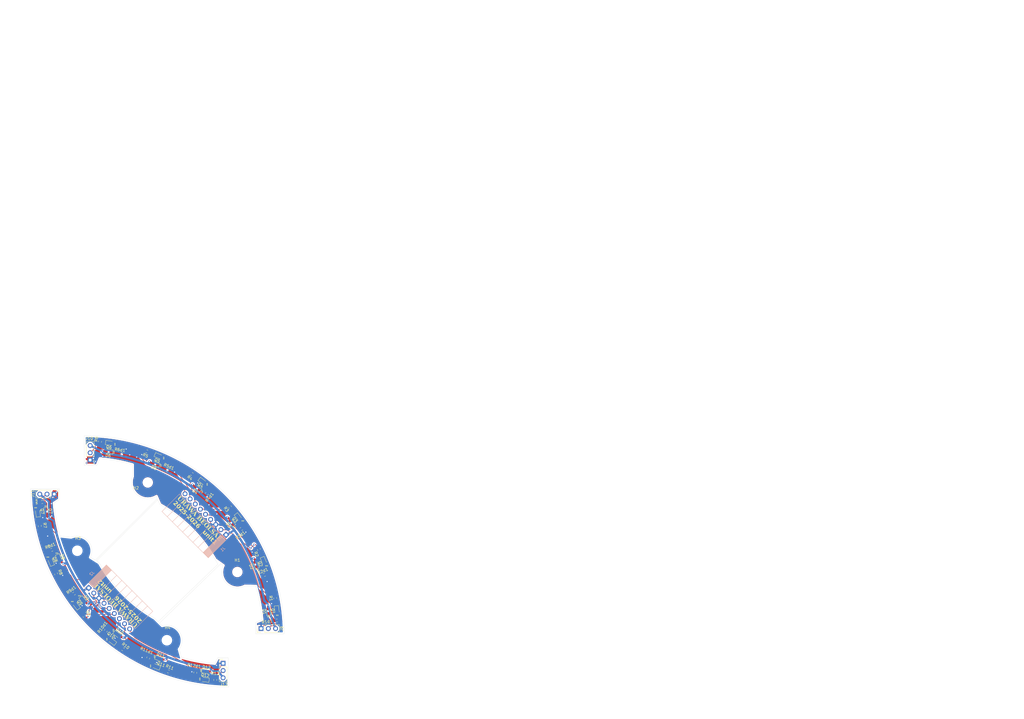
<source format=kicad_pcb>
(kicad_pcb (version 20241229) (generator "pcbnew") (generator_version "9.0")
  (layers (0 "F.Cu" signal) (2 "B.Cu" signal) (13 "F.Paste" user) (15 "B.Paste" user) (5 "F.SilkS" user "F.Silkscreen") (7 "B.SilkS" user "B.Silkscreen") (1 "F.Mask" user) (3 "B.Mask" user) (25 "Edge.Cuts" user))
  (net 0 "")
  (net 1 "GND1")
  (net 2 "3v3_1")
  (net 3 "Net-(D1-K)")
  (net 4 "LED_5V_1")
  (net 5 "Net-(D2-K)")
  (net 6 "Net-(D3-K)")
  (net 7 "Net-(D4-K)")
  (net 8 "Net-(D5-K)")
  (net 9 "Net-(D6-K)")
  (net 10 "Net-(D7-K)")
  (net 11 "Net-(D8-K)")
  (net 12 "Net-(D9-K)")
  (net 13 "Net-(D10-K)")
  (net 14 "Net-(D11-K)")
  (net 15 "Net-(D12-K)")
  (net 16 "Net-(J1-Pin_5)")
  (net 17 "Net-(J1-Pin_8)")
  (net 18 "Net-(J1-Pin_7)")
  (net 19 "Net-(J1-Pin_6)")
  (net 20 "Net-(J1-Pin_4)")
  (net 21 "Net-(J2-Pin_5)")
  (net 22 "Net-(J2-Pin_8)")
  (net 23 "Net-(J2-Pin_4)")
  (net 24 "Net-(J2-Pin_6)")
  (net 25 "Net-(J2-Pin_7)")
  (net 26 "LED_5V_2")
  (net 27 "Net-(J1-Pin_9)")
  (net 28 "GND2")
  (net 29 "Net-(J2-Pin_9)")
  (net 30 "3v3_2")
  (footprint "Resistor_SMD:R_0603_1608Metric" (layer "F.Cu") (at 142.221356 81.043542 97.5)
    (property "Reference" "R7")
    (property "Value" "R" (hide yes))
  )
  (footprint "Resistor_SMD:R_0603_1608Metric" (layer "F.Cu") (at 218.998714 89.239201 -67.5)
    (property "Reference" "R2")
    (property "Value" "R")
  )
  (footprint "Resistor_SMD:R_0603_1608Metric" (layer "F.Cu") (at 224.687494 106.350096 -82.5)
    (property "Reference" "R1")
    (property "Value" "R")
  )
  (footprint "LED_SMD:LED_0603_1608Metric" (layer "F.Cu") (at 148.899186 92.376965 -67.5)
    (property "Reference" "D8")
    (property "Value" "LED" (hide yes))
  )
  (footprint "LED_SMD:LED_0603_1608Metric" (layer "F.Cu") (at 144.50744 75.986744 -82.5)
    (property "Reference" "D7")
    (property "Value" "LED" (hide yes))
  )
  (footprint "Pinsocket_and_pinheader:PinHeader_1x03_P2.54mm_Vertical_EDITED" (layer "F.Cu") (at 144.742356 69.854542 -90)
    (property "Reference" "J11")
    (property "Value" "Conn_01x03_Socket" (hide yes))
  )
  (footprint "MountingHole:MountingHole_3.2mm_M3" (layer "F.Cu") (at 211.448013 97.151361)
    (property "Reference" "H1")
    (property "Value" "MountingHole")
  )
  (footprint "Resistor_SMD:R_0603_1608Metric" (layer "F.Cu") (at 186.900799 61.481286 -22.5)
    (property "Reference" "R5d1")
    (property "Value" "R")
  )
  (footprint "Resistor_SMD:R_0603_1608Metric" (layer "F.Cu") (at 180.21107 127.299341 -112.5)
    (property "Reference" "R11d1")
    (property "Value" "R")
  )
  (footprint "Resistor_SMD:R_0603_1608Metric" (layer "F.Cu") (at 200.730895 69.742237 52.5)
    (property "Reference" "R4d1")
    (property "Value" "R")
  )
  (footprint "LED_SMD:LED_0603_1608Metric" (layer "F.Cu") (at 222.307678 110.874431 97.5)
    (property "Reference" "D1")
    (property "Value" "LED")
  )
  (footprint "Resistor_SMD:R_0603_1608Metric" (layer "F.Cu") (at 187.279356 132.029542 157.5)
    (property "Reference" "R11")
    (property "Value" "R" (hide yes))
  )
  (footprint "Resistor_SMD:R_0603_1608Metric" (layer "F.Cu") (at 208.913 74.397 -52.5)
    (property "Reference" "R3")
    (property "Value" "R")
  )
  (footprint "LED_SMD:LED_0603_1608Metric" (layer "F.Cu") (at 166.739544 51.940383 -7.5)
    (property "Reference" "Q6")
    (property "Value" "Q_Photo_NPN" (hide yes))
  )
  (footprint "MountingHole:MountingHole_3.2mm_M3" (layer "F.Cu") (at 155.366343 89.698181 180)
    (property "Reference" "H3")
    (property "Value" "MountingHole" (hide yes))
  )
  (footprint "LED_SMD:LED_0603_1608Metric" (layer "F.Cu") (at 182.738186 59.306464 157.5)
    (property "Reference" "D5")
    (property "Value" "LED")
  )
  (footprint "LED_SMD:LED_0603_1608Metric" (layer "F.Cu") (at 217.915932 94.48421 112.5)
    (property "Reference" "D2")
    (property "Value" "LED")
  )
  (footprint "LED_SMD:LED_0603_1608Metric" (layer "F.Cu") (at 225.282013 110.482852 -82.5)
    (property "Reference" "Q1")
    (property "Value" "Q_Photo_NPN" (hide yes))
  )
  (footprint "LED_SMD:LED_0603_1608Metric" (layer "F.Cu") (at 184.076933 127.554712 -22.5)
    (property "Reference" "D11")
    (property "Value" "LED" (hide yes))
  )
  (footprint "Resistor_SMD:R_0603_1608Metric" (layer "F.Cu") (at 163.320684 51.429058 -97.5)
    (property "Reference" "R6")
    (property "Value" "R")
  )
  (footprint "Resistor_SMD:R_0603_1608Metric" (layer "F.Cu") (at 171.380356 124.268542 142.5)
    (property "Reference" "R10")
    (property "Value" "R" (hide yes))
  )
  (footprint "LED_SMD:LED_0603_1608Metric" (layer "F.Cu") (at 197.433256 67.790666 142.5)
    (property "Reference" "D4")
    (property "Value" "LED")
  )
  (footprint "LED_SMD:LED_0603_1608Metric" (layer "F.Cu") (at 157.383389 107.072035 -52.5)
    (property "Reference" "D9")
    (property "Value" "LED" (hide yes))
  )
  (footprint "LED_SMD:LED_0603_1608Metric" (layer "F.Cu") (at 169.381863 119.070509 -37.5)
    (property "Reference" "D10")
    (property "Value" "LED" (hide yes))
  )
  (footprint "LED_SMD:LED_0603_1608Metric" (layer "F.Cu") (at 200.467154 131.946458 -7.5)
    (property "Reference" "D12")
    (property "Value" "LED" (hide yes))
  )
  (footprint "Resistor_SMD:R_0603_1608Metric" (layer "F.Cu") (at 154.214356 104.719542 -142.5)
    (property "Reference" "R9d1")
    (property "Value" "R")
  )
  (footprint "Resistor_SMD:R_0603_1608Metric" (layer "F.Cu") (at 143.012356 72.630542 -172.5)
    (property "Reference" "R7d1")
    (property "Value" "R")
  )
  (footprint "LED_SMD:LED_0603_1608Metric" (layer "F.Cu") (at 199.25954 65.410606 -37.5)
    (property "Reference" "Q4")
    (property "Value" "Q_Photo_NPN" (hide yes))
  )
  (footprint "Resistor_SMD:R_0603_1608Metric" (layer "F.Cu") (at 220.933 98.157 22.5)
    (property "Reference" "R2d1")
    (property "Value" "R")
  )
  (footprint "LED_SMD:LED_0603_1608Metric" (layer "F.Cu") (at 141.533105 76.378323 97.5)
    (property "Reference" "Q7")
    (property "Value" "Q_Photo_NPN" (hide yes))
  )
  (footprint "Resistor_SMD:R_0603_1608Metric" (layer "F.Cu") (at 179.725201 54.862714 -22.5)
    (property "Reference" "R5")
    (property "Value" "R")
  )
  (footprint "Resistor_SMD:R_0603_1608Metric" (layer "F.Cu") (at 165.354128 117.758059 -127.5)
    (property "Reference" "R10d1")
    (property "Value" "R")
  )
  (footprint "MountingHole:MountingHole_3.2mm_M3" (layer "F.Cu") (at 180.058639 65.761987)
    (property "Reference" "H2")
    (property "Value" "MountingHole")
  )
  (footprint "LED_SMD:LED_0603_1608Metric" (layer "F.Cu") (at 211.811789 77.962856 -52.5)
    (property "Reference" "Q3")
    (property "Value" "Q_Photo_NPN" (hide yes))
  )
  (footprint "Resistor_SMD:R_0603_1608Metric" (layer "F.Cu") (at 225.305058 114.174684 7.5)
    (property "Reference" "R1d1")
    (property "Value" "R")
  )
  (footprint "LED_SMD:LED_0603_1608Metric" (layer "F.Cu") (at 209.431729 79.78914 127.5)
    (property "Reference" "D3")
    (property "Value" "LED")
  )
  (footprint "LED_SMD:LED_0603_1608Metric" (layer "F.Cu") (at 155.003329 108.898319 127.5)
    (property "Reference" "Q9")
    (property "Value" "Q_Photo_NPN" (hide yes))
  )
  (footprint "MountingHole:MountingHole_3.2mm_M3" (layer "F.Cu") (at 186.755717 121.087555 180)
    (property "Reference" "H4")
    (property "Value" "MountingHole" (hide yes))
  )
  (footprint "Resistor_SMD:R_0603_1608Metric" (layer "F.Cu") (at 196.713356 132.428542 -97.5)
    (property "Reference" "R12d1")
    (property "Value" "R")
  )
  (footprint "LED_SMD:LED_0603_1608Metric" (layer "F.Cu") (at 167.555579 121.450569 142.5)
    (property "Reference" "Q10")
    (property "Value" "Q_Photo_NPN" (hide yes))
  )
  (footprint "Resistor_SMD:R_0603_1608Metric" (layer "F.Cu") (at 203.673356 135.007542 90)
    (property "Reference" "R12")
    (property "Value" "R" (hide yes))
  )
  (footprint "Pinsocket_and_pinheader:PinHeader_1x03_P2.54mm_Vertical_EDITED" (layer "F.Cu") (at 206.447356 131.714542)
    (property "Reference" "J12")
    (property "Value" "Conn_01x03_Socket" (hide yes))
  )
  (footprint "Resistor_SMD:R_0603_1608Metric" (layer "F.Cu") (at 146.405356 89.376542 -157.5)
    (property "Reference" "R8d1")
    (property "Value" "R")
  )
  (footprint "LED_SMD:LED_0603_1608Metric" (layer "F.Cu") (at 183.886236 56.534825 -22.5)
    (property "Reference" "Q5")
    (property "Value" "Q_Photo_NPN" (hide yes))
  )
  (footprint "Pinsocket_and_pinheader:PinHeader_1x03_P2.54mm_Vertical_EDITED" (layer "F.Cu") (at 159.863 55.347 180)
    (property "Reference" "J10")
    (property "Value" "Conn_01x03_Socket" (hide yes))
  )
  (footprint "LED_SMD:LED_0603_1608Metric" (layer "F.Cu") (at 182.928883 130.32635 157.5)
    (property "Reference" "Q11")
    (property "Value" "Q_Photo_NPN" (hide yes))
  )
  (footprint "LED_SMD:LED_0603_1608Metric" (layer "F.Cu") (at 220.687571 93.33616 -67.5)
    (property "Reference" "Q2")
    (property "Value" "Q_Photo_NPN" (hide yes))
  )
  (footprint "Pinsocket_and_pinheader:PinHeader_1x03_P2.54mm_Vertical_EDITED" (layer "F.Cu") (at 222.298 116.981 90)
    (property "Reference" "J9")
    (property "Value" "Conn_01x03_Socket" (hide yes))
  )
  (footprint "Resistor_SMD:R_0603_1608Metric" (layer "F.Cu") (at 157.860584 112.634059 127.5)
    (property "Reference" "R9")
    (property "Value" "R" (hide yes))
  )
  (footprint "Resistor_SMD:R_0603_1608Metric" (layer "F.Cu") (at 147.92807 97.822743 112.5)
    (property "Reference" "R8")
    (property "Value" "R" (hide yes))
  )
  (footprint "Resistor_SMD:R_0603_1608Metric" (layer "F.Cu") (at 212.828483 82.069228 37.5)
    (property "Reference" "R3d1")
    (property "Value" "R")
  )
  (footprint "LED_SMD:LED_0603_1608Metric" (layer "F.Cu") (at 146.127548 93.525015 112.5)
    (property "Reference" "Q8")
    (property "Value" "Q_Photo_NPN" (hide yes))
  )
  (footprint "LED_SMD:LED_0603_1608Metric" (layer "F.Cu") (at 200.075575 134.920793 172.5)
    (property "Reference" "Q12")
    (property "Value" "Q_Photo_NPN" (hide yes))
  )
  (footprint "Resistor_SMD:R_0603_1608Metric" (layer "F.Cu") (at 195.517516 62.799228 -37.5)
    (property "Reference" "R4")
    (property "Value" "R")
  )
  (footprint "Resistor_SMD:R_0603_1608Metric" (layer "F.Cu") (at 170.945058 55.939316 -7.5)
    (property "Reference" "R6d1")
    (property "Value" "R")
  )
  (footprint "LED_SMD:LED_0603_1608Metric" (layer "F.Cu") (at 166.347965 54.914717 172.5)
    (property "Reference" "D6")
    (property "Value" "LED")
  )
  (footprint "Pinsocket_and_pinheader:PinSocket_1x09_P2.54mm_Horizontal_EDITED" (layer "B.Cu") (at 200.289407 76.920593 45)
    (property "Reference" "J1")
    (property "Value" "Conn_01x09_Socket")
  )
  (footprint "Pinsocket_and_pinheader:PinSocket_1x09_P2.54mm_Horizontal_EDITED" (layer "B.Cu") (at 166.524949 109.928949 -135)
    (property "Reference" "J2")
    (property "Value" "Conn_01x09_Socket" (hide yes))
  )
  (gr_poly (pts (xy 195.334697 60.973558) (xy 195.519927 61.362305) (xy 195.966807 61.43267) (xy 196.001093 61.431918)) (stroke (width 0.2)) (fill no) (layer "F.Cu") (net 2))
  (gr_poly (pts (xy 225.160204 104.379976) (xy 225.360204 104.033565) (xy 225.375434 103.628962) (xy 225.363 103.597)) (stroke (width 0.2)) (fill no) (layer "F.Cu") (net 2))
  (gr_arc (start 172.358356 119.436542) (mid 170.971635 118.431266) (end 169.612516 117.388974) (stroke (width 0.2)) (layer "F.Cu") (net 25))
  (gr_arc (start 188.246311 126.378152) (mid 181.763903 123.680053) (end 175.625607 120.27085) (stroke (width 0.2)) (layer "F.Cu") (net 29))
  (gr_poly (pts (xy 164.416828 50.293012) (xy 164.113 50.447) (xy 165.163 50.397) (xy 165.192317 50.379206)) (stroke (width 0.2)) (fill no) (layer "F.Cu") (net 2))
  (gr_arc (start 202.180106 136.469819) (mid 159.528187 116.137141) (end 139.837311 73.185152) (stroke (width 0.24)) (layer "F.Cu") (net 30))
  (gr_poly (pts (xy 219.535723 87.660204) (xy 219.563 88.054128) (xy 219.85359 88.373861) (xy 219.883659 88.390354)) (stroke (width 0.2)) (fill no) (layer "F.Cu") (net 2))
  (gr_arc (start 153.857356 98.472542) (mid 150.401583 91.303008) (end 147.874318 83.755986) (stroke (width 0.2)) (layer "F.Cu") (net 23))
  (gr_arc (start 159.311311 107.582152) (mid 156.012525 103.112378) (end 153.115067 98.372587) (stroke (width 0.2)) (layer "F.Cu") (net 21))
  (gr_arc (start 212.71 87.49) (mid 216.28768 94.652634) (end 218.933902 102.20913) (stroke (width 0.2)) (layer "F.Cu") (net 20))
  (gr_poly (pts (xy 179.033466 53.308253) (xy 179.313 53.635813) (xy 179.762864 53.588119) (xy 179.795787 53.578519)) (stroke (width 0.2)) (fill no) (layer "F.Cu") (net 2))
  (gr_arc (start 185.033 61.695) (mid 188.241556 63.31827) (end 191.353491 65.119853) (stroke (width 0.2)) (layer "F.Cu") (net 27))
  (gr_arc (start 186.522792 126.245778) (mid 179.170351 122.878985) (end 172.311356 118.595542) (stroke (width 0.2)) (layer "F.Cu") (net 22))
  (gr_poly (pts (xy 209.084697 72.573558) (xy 209.163 72.997) (xy 209.576441 73.180628) (xy 209.609754 73.188776)) (stroke (width 0.2)) (fill no) (layer "F.Cu") (net 2))
  (gr_arc (start 164.563777 50.335364) (mid 207.587001 71.024852) (end 227.038 114.622) (stroke (width 0.24)) (layer "F.Cu") (net 2))
  (gr_poly (pts (xy 221.163 106.747) (xy 220.980391 107.181604) (xy 221.613 107.597) (xy 221.913 107.797)) (stroke (width 0.01)) (fill yes) (layer "B.Cu") (net 4))
  (gr_arc (start 164.813 55.547) (mid 201.355426 72.154296) (end 220.884681 107.222221) (stroke (width 0.8)) (layer "B.Cu") (net 4))
  (gr_arc (start 201.593356 130.691542) (mid 166.022618 113.754326) (end 147.059196 79.221219) (stroke (width 0.8)) (layer "B.Cu") (net 26))
  (gr_poly (pts (xy 215.753 91.847) (xy 215.640618 92.125155) (xy 216.382365 92.42484) (xy 216.494747 92.146685)) (stroke (width 0.01)) (fill yes) (layer "B.Cu") (net 4))
  (gr_poly (pts (xy 164.084791 54.966432) (xy 163.863 55.097) (xy 164.513 55.797) (xy 164.963 55.547)) (stroke (width 0.01)) (fill yes) (layer "B.Cu") (net 4))
  (gr_poly (pts (xy 180.782914 58.704501) (xy 180.48515 58.66794) (xy 180.387655 59.461977) (xy 180.685419 59.498538)) (stroke (width 0.01)) (fill yes) (layer "B.Cu") (net 4))
  (gr_poly (pts (xy 207.770495 78.232963) (xy 207.472731 78.196402) (xy 207.375236 78.990439) (xy 207.673 79.027)) (stroke (width 0.01)) (fill yes) (layer "B.Cu") (net 4))
  (gr_poly (pts (xy 179.363 58.947) (xy 179.363 59.147) (xy 180.063 59.147) (xy 180.063 58.947)) (stroke (width 0.01)) (fill yes) (layer "B.Cu") (net 4))
  (gr_poly (pts (xy 220.696346 107.176309) (xy 220.613 107.497) (xy 221.263 108.047) (xy 221.438093 107.475994)) (stroke (width 0.01)) (fill yes) (layer "B.Cu") (net 4))
  (gr_poly (pts (xy 216.598259 92.659524) (xy 216.300495 92.622963) (xy 216.203 93.417) (xy 216.500764 93.453561)) (stroke (width 0.01)) (fill yes) (layer "B.Cu") (net 4))
  (gr_poly (pts (xy 215.763 92.147) (xy 215.763 92.447) (xy 216.563 92.447) (xy 216.563 92.147)) (stroke (width 0.01)) (fill yes) (layer "B.Cu") (net 4))
  (gr_poly (pts (xy 194.363 66.647) (xy 194.363 66.847) (xy 195.063 66.847) (xy 195.063 66.647)) (stroke (width 0.01)) (fill yes) (layer "B.Cu") (net 4))
  (gr_poly (pts (xy 206.663 78.047) (xy 206.663 78.247) (xy 207.363 78.247) (xy 207.363 78.047)) (stroke (width 0.01)) (fill yes) (layer "B.Cu") (net 4))
  (gr_poly (pts (xy 195.620495 66.802963) (xy 195.322731 66.766402) (xy 195.225236 67.560439) (xy 195.523 67.597)) (stroke (width 0.01)) (fill yes) (layer "B.Cu") (net 4))
  (gr_line (start 149.111356 67.958504) (end 149.111356 71.703542) (stroke (width 0.05)) (layer "Edge.Cuts"))
  (gr_line (start 217.861 118.805) (end 217.861 114.805) (stroke (width 0.05)) (layer "Edge.Cuts"))
  (gr_line (start 204.62 94.446) (end 203.756 92.847005) (stroke (width 0.05)) (layer "Edge.Cuts"))
  (gr_arc (start 203.562942 129.267763) (mid 197.644171 128.462575) (end 191.830356 127.091542) (stroke (width 0.05)) (layer "Edge.Cuts"))
  (gr_line (start 183.467 71.307) (end 161.731 92.999895) (stroke (width 0.05)) (layer "Edge.Cuts"))
  (gr_line (start 157.833835 59.776) (end 162.212 59.774) (stroke (width 0.05)) (layer "Edge.Cuts"))
  (gr_arc (start 183.114 70.565) (mid 176.454384 70.134487) (end 174.733221 63.686741) (stroke (width 0.05)) (layer "Edge.Cuts"))
  (gr_arc (start 182.441452 113.395628) (mid 171.467312 104.971152) (end 163.047356 93.993542) (stroke (width 0.05)) (layer "Edge.Cuts"))
  (gr_line (start 204.549356 127.296542) (end 203.562952 129.267763) (stroke (width 0.05)) (layer "Edge.Cuts"))
  (gr_line (start 182.441454 113.395628) (end 183.676 114.613) (stroke (width 0.05)) (layer "Edge.Cuts"))
  (gr_line (start 227.861 118.805045) (end 217.861 118.805) (stroke (width 0.05)) (layer "Edge.Cuts"))
  (gr_line (start 157.834017 49.346908) (end 157.833835 59.776) (stroke (width 0.05)) (layer "Edge.Cuts"))
  (gr_line (start 162.212 59.774) (end 163.23 57.348) (stroke (width 0.05)) (layer "Edge.Cuts"))
  (gr_line (start 208.306356 127.296542) (end 204.549356 127.296542) (stroke (width 0.05)) (layer "Edge.Cuts"))
  (gr_line (start 217.861 114.805) (end 220.127 113.915006) (stroke (width 0.05)) (layer "Edge.Cuts"))
  (gr_line (start 183.114 70.565) (end 183.467 71.307) (stroke (width 0.05)) (layer "Edge.Cuts"))
  (gr_line (start 206.578477 94.856437) (end 205.715 94.161) (stroke (width 0.05)) (layer "Edge.Cuts"))
  (gr_line (start 214.07 102.026999) (end 217.940274 102.112344) (stroke (width 0.05)) (layer "Edge.Cuts"))
  (gr_line (start 159.901982 92.006248) (end 161.731 92.999895) (stroke (width 0.05)) (layer "Edge.Cuts"))
  (gr_line (start 162.152 93.192) (end 183.557 71.78) (stroke (width 0.05)) (layer "Edge.Cuts"))
  (gr_arc (start 217.940275 102.112344) (mid 219.317638 107.961054) (end 220.127 113.915) (stroke (width 0.05)) (layer "Edge.Cuts"))
  (gr_line (start 149.111356 71.703542) (end 147.190356 72.94553) (stroke (width 0.05)) (layer "Edge.Cuts"))
  (gr_arc (start 214.07 102.027) (mid 207.716497 101.166183) (end 206.578477 94.856435) (stroke (width 0.05)) (layer "Edge.Cuts"))
  (gr_arc (start 149.350811 84.585351) (mid 147.992128 78.81713) (end 147.190356 72.945542) (stroke (width 0.05)) (layer "Edge.Cuts"))
  (gr_line (start 183.676 114.613) (end 204.62 94.446) (stroke (width 0.05)) (layer "Edge.Cuts"))
  (gr_line (start 183.557 71.78) (end 184.346375 73.449643) (stroke (width 0.05)) (layer "Edge.Cuts"))
  (gr_line (start 149.350811 84.585349) (end 153.192358 85.000542) (stroke (width 0.05)) (layer "Edge.Cuts"))
  (gr_line (start 163.047356 93.99354) (end 162.152 93.192) (stroke (width 0.05)) (layer "Edge.Cuts"))
  (gr_arc (start 184.346375 73.449643) (mid 195.328334 81.870368) (end 203.756 92.847) (stroke (width 0.05)) (layer "Edge.Cuts"))
  (gr_line (start 184.099 115.147) (end 185.101356 116.035542) (stroke (width 0.05)) (layer "Edge.Cuts"))
  (gr_line (start 138.953356 67.958504) (end 149.111356 67.958504) (stroke (width 0.05)) (layer "Edge.Cuts"))
  (gr_line (start 208.449645 137.483303) (end 208.306356 127.296542) (stroke (width 0.05)) (layer "Edge.Cuts"))
  (gr_line (start 205.715 94.161) (end 184.099 115.147) (stroke (width 0.05)) (layer "Edge.Cuts"))
  (gr_arc (start 153.192356 85.000542) (mid 159.00322 86.151122) (end 159.901982 92.006248) (stroke (width 0.05)) (layer "Edge.Cuts"))
  (gr_arc (start 163.23 57.348) (mid 169.029375 58.142097) (end 174.725938 59.488394) (stroke (width 0.05)) (layer "Edge.Cuts"))
  (gr_arc (start 157.833835 49.346908) (mid 207.158193 69.647929) (end 227.861 118.805) (stroke (width 0.05)) (layer "Edge.Cuts"))
  (gr_arc (start 185.101356 116.035542) (mid 191.045214 118.007015) (end 191.034251 124.269306) (stroke (width 0.05)) (layer "Edge.Cuts"))
  (gr_arc (start 208.449645 137.483304) (mid 159.444016 116.972542) (end 138.953356 67.958504) (stroke (width 0.05)) (layer "Edge.Cuts"))
  (gr_line (start 191.03425 124.269306) (end 191.830356 127.091542) (stroke (width 0.05)) (layer "Edge.Cuts"))
  (gr_line (start 174.733221 63.686742) (end 174.725937 59.488394) (stroke (width 0.05)) (layer "Edge.Cuts"))
  (gr_text "unit2" (at 167.776311 103.667152 135) (layer "F.SilkS") (effects (font (size 1.5 1.5) (thickness 0.3) (bold yes)) (justify left bottom)))
  (gr_text "GND" (at 182.202311 126.267152 270) (layer "F.SilkS") (effects (font (size 0.3 0.3) (thickness 0.075) (bold yes)) (justify left bottom)))
  (gr_text "		" (at 198.646 91.51 45) (layer "F.SilkS") (effects (font (size 1.5 1.5) (thickness 0.3) (bold yes)) (justify left bottom)))
  (gr_text "GND" (at 218 96.492 0) (layer "F.SilkS") (effects (font (size 0.3 0.3) (thickness 0.075) (bold yes)) (justify left bottom)))
  (gr_text "GND" (at 180.838311 129.600152 270) (layer "F.SilkS") (effects (font (size 0.3 0.3) (thickness 0.075) (bold yes)) (justify left bottom)))
  (gr_text "GND" (at 167.804311 117.095152 270) (layer "F.SilkS") (effects (font (size 0.3 0.3) (thickness 0.075) (bold yes)) (justify left bottom)))
  (gr_text "GND" (at 199.284 69.531 90) (layer "F.SilkS") (effects (font (size 0.3 0.3) (thickness 0.075) (bold yes)) (justify left bottom)))
  (gr_text "GND" (at 212.86 79.405 0) (layer "F.SilkS") (effects (font (size 0.3 0.3) (thickness 0.075) (bold yes)) (justify left bottom)))
  (gr_text "GND" (at 141.278311 74.430152 180) (layer "F.SilkS") (effects (font (size 0.3 0.3) (thickness 0.075) (bold yes)) (justify left bottom)))
  (gr_text "unit1" (at 198.967 83.489 315) (layer "F.SilkS") (effects (font (size 1.5 1.5) (thickness 0.3) (bold yes)) (justify left bottom)))
  (gr_text "URAWA BEOLSAE\n" (at 190.066 71.594 315) (layer "F.SilkS") (effects (font (size 1.5 1.5) (thickness 0.3) (bold yes)) (justify left bottom)))
  (gr_text "GND" (at 168.737 52.883 90) (layer "F.SilkS") (effects (font (size 0.3 0.3) (thickness 0.075) (bold yes)) (justify left bottom)))
  (gr_text "GND" (at 198.478311 131.224152 270) (layer "F.SilkS") (effects (font (size 0.3 0.3) (thickness 0.075) (bold yes)) (justify left bottom)))
  (gr_text "GND" (at 221.192 95.165 0) (layer "F.SilkS") (effects (font (size 0.3 0.3) (thickness 0.075) (bold yes)) (justify left bottom)))
  (gr_text "GND" (at 201.048 66.922 90) (layer "F.SilkS") (effects (font (size 0.3 0.3) (thickness 0.075) (bold yes)) (justify left bottom)))
  (gr_text "GND" (at 184.815 60.352 90) (layer "F.SilkS") (effects (font (size 0.3 0.3) (thickness 0.075) (bold yes)) (justify left bottom)))
  (gr_text "GND" (at 221.904 113.027 0) (layer "F.SilkS") (effects (font (size 0.3 0.3) (thickness 0.075) (bold yes)) (justify left bottom)))
  (gr_text "GND" (at 168.393 55.645 90) (layer "F.SilkS") (effects (font (size 0.3 0.3) (thickness 0.075) (bold yes)) (justify left bottom)))
  (gr_text "GND" (at 185.823 57.697 90) (layer "F.SilkS") (effects (font (size 0.3 0.3) (thickness 0.075) (bold yes)) (justify left bottom)))
  (gr_text "2025-2026" (at 178.332311 114.091152 135) (layer "F.SilkS") (effects (font (size 1.5 1.5) (thickness 0.3) (bold yes)) (justify left bottom)))
  (gr_text "GND" (at 145.548311 91.748152 180) (layer "F.SilkS") (effects (font (size 0.3 0.3) (thickness 0.075) (bold yes)) (justify left bottom)))
  (gr_text "GND" (at 165.544311 120.224152 270) (layer "F.SilkS") (effects (font (size 0.3 0.3) (thickness 0.075) (bold yes)) (justify left bottom)))
  (gr_text "GND" (at 198.113311 134.193152 270) (layer "F.SilkS") (effects (font (size 0.3 0.3) (thickness 0.075) (bold yes)) (justify left bottom)))
  (gr_text "GND" (at 144.810311 73.870152 180) (layer "F.SilkS") (effects (font (size 0.3 0.3) (thickness 0.075) (bold yes)) (justify left bottom)))
  (gr_text "2025-2026" (at 188.63 73.297 315) (layer "F.SilkS") (effects (font (size 1.5 1.5) (thickness 0.3) (bold yes)) (justify left bottom)))
  (gr_text "GND" (at 209.99 81.64 0) (layer "F.SilkS") (effects (font (size 0.3 0.3) (thickness 0.075) (bold yes)) (justify left bottom)))
  (gr_text "URAWA BEOLSAE\n" (at 176.893311 115.531152 135) (layer "F.SilkS") (effects (font (size 1.5 1.5) (thickness 0.3) (bold yes)) (justify left bottom)))
  (gr_text "GND" (at 154.111311 107.325152 180) (layer "F.SilkS") (effects (font (size 0.3 0.3) (thickness 0.075) (bold yes)) (justify left bottom)))
  (gr_text "GND" (at 156.636311 105.308152 180) (layer "F.SilkS") (effects (font (size 0.3 0.3) (thickness 0.075) (bold yes)) (justify left bottom)))
  (gr_text "GND" (at 224.917 112.503 0) (layer "F.SilkS") (effects (font (size 0.3 0.3) (thickness 0.075) (bold yes)) (justify left bottom)))
  (gr_text "GND" (at 148.701311 90.348152 180) (layer "F.SilkS") (effects (font (size 0.3 0.3) (thickness 0.075) (bold yes)) (justify left bottom)))
  (segment (start 212.291189 78.587622) (end 211.445883 78.587622) (width 0.2) (layer "F.Cu") (net 1))
  (segment (start 225.712 112.655) (end 225.384802 111.263615) (width 0.2) (layer "F.Cu") (net 1))
  (segment (start 167.759172 52.043172) (end 171.763 56.047) (width 0.2) (layer "F.Cu") (net 1))
  (segment (start 158.967 56.786) (end 160.43 56.786) (width 0.4) (layer "F.Cu") (net 1))
  (segment (start 161.788298 58.972054) (end 161.749 58.932756) (width 0.4) (layer "F.Cu") (net 1))
  (segment (start 223.44 109.318813) (end 223.44 108.219) (width 0.2) (layer "F.Cu") (net 1))
  (segment (start 184.250242 57.199737) (end 179.186737 57.199737) (width 0.2) (layer "F.Cu") (net 1))
  (segment (start 211.445883 78.587622) (end 209.657261 76.799) (width 0.2) (layer "F.Cu") (net 1))
  (segment (start 187.663 59.885397) (end 184.613791 56.836188) (width 0.2) (layer "F.Cu") (net 1))
  (segment (start 158.967 57.395) (end 158.967 56.786) (width 0.4) (layer "F.Cu") (net 1))
  (segment (start 164.251208 56.719063) (end 164.251208 56.592211) (width 0.4) (layer "F.Cu") (net 1))
  (segment (start 160.43 56.786) (end 160.499 56.855) (width 0.4) (layer "F.Cu") (net 1))
  (segment (start 164.251208 56.592211) (end 164.391242 56.732245) (width 0.4) (layer "F.Cu") (net 1))
  (segment (start 224.946 115.244) (end 221.426 115.244) (width 0.2) (layer "F.Cu") (net 1))
  (segment (start 201.233123 72.832181) (end 201.233123 69.08772) (width 0.2) (layer "F.Cu") (net 1))
  (segment (start 226.123 114.067) (end 225.712 112.655) (width 0.2) (layer "F.Cu") (net 1))
  (segment (start 161.749 58.932756) (end 161.749 58.37) (width 0.4) (layer "F.Cu") (net 1))
  (segment (start 161.193389 58.925611) (end 161.749 58.37) (width 0.4) (layer "F.Cu") (net 1))
  (segment (start 225.384802 111.263615) (end 223.44 109.318813) (width 0.2) (layer "F.Cu") (net 1))
  (segment (start 158.68385 58.925611) (end 161.193389 58.925611) (width 0.4) (layer "F.Cu") (net 1))
  (segment (start 163.653778 54.096222) (end 159.863 57.887) (width 0.2) (layer "F.Cu") (net 1))
  (segment (start 197.592994 65.890006) (end 197.537 65.946) (width 0.2) (layer "F.Cu") (net 1))
  (segment (start 179.186737 57.199737) (end 177.962 55.975) (width 0.2) (layer "F.Cu") (net 1))
  (segment (start 159.863 57.887) (end 159.722461 57.887) (width 0.4) (layer "F.Cu") (net 1))
  (segment (start 173.715 55.269) (end 172.487 54.041) (width 0.4) (layer "F.Cu") (net 1))
  (segment (start 165.025982 54.096222) (end 163.653778 54.096222) (width 0.2) (layer "F.Cu") (net 1))
  (segment (start 214.419 82.503) (end 213.483 81.567) (width 0.2) (layer "F.Cu") (net 1))
  (segment (start 158.534876 57.443) (end 158.811 57.443) (width 0.4) (layer "F.Cu") (net 1))
  (segment (start 187.663 61.797) (end 187.663 59.885397) (width 0.2) (layer "F.Cu") (net 1))
  (segment (start 189.432 62.128) (end 187.994 62.128) (width 0.2) (layer "F.Cu") (net 1))
  (segment (start 164.391242 56.732245) (end 173.039755 56.732245) (width 0.4) (layer "F.Cu") (net 1))
  (segment (start 167.520307 52.043172) (end 167.759172 52.043172) (width 0.2) (layer "F.Cu") (net 1))
  (segment (start 220.988934 94.063715) (end 220.531715 94.063715) (width 0.2) (layer "F.Cu") (net 1))
  (segment (start 158.811 57.443) (end 158.865 57.497) (width 0.4) (layer "F.Cu") (net 1))
  (segment (start 160.761789 56.592211) (end 161.174 56.592211) (width 0.4) (layer "F.Cu") (net 1))
  (segment (start 199.884306 65.890006) (end 197.592994 65.890006) (width 0.2) (layer "F.Cu") (net 1))
  (segment (start 220.531715 94.063715) (end 216.648 90.18) (width 0.2) (layer "F.Cu") (net 1))
  (segment (start 221.426 115.244) (end 219.758 116.981) (width 0.2) (layer "F.Cu") (net 1))
  (segment (start 160.499 56.855) (end 160.761789 56.592211) (width 0.4) (layer "F.Cu") (net 1))
  (segment (start 209.657261 76.799) (end 204.255 76.799) (width 0.2) (layer "F.Cu") (net 1))
  (segment (start 173.715 56.057) (end 171.773 56.057) (width 0.2) (layer "F.Cu") (net 1))
  (segment (start 184.613791 56.836188) (end 184.250242 57.199737) (width 0.2) (layer "F.Cu") (net 1))
  (segment (start 212.902 80.243) (end 212.291189 78.587622) (width 0.2) (layer "F.Cu") (net 1))
  (segment (start 158.865 57.497) (end 158.967 57.395) (width 0.4) (layer "F.Cu") (net 1))
  (segment (start 200.572 67.591) (end 199.884306 65.890006) (width 0.2) (layer "F.Cu") (net 1))
  (segment (start 162.955905 56.589251) (end 164.092002 56.589251) (width 0.4) (layer "F.Cu") (net 1))
  (segment (start 173.039755 56.732245) (end 173.715 56.057) (width 0.4) (layer "F.Cu") (net 1))
  (segment (start 161.25889 58.924435) (end 161.407668 59.073213) (width 0.4) (layer "F.Cu") (net 1))
  (segment (start 164.236511 56.73376) (end 164.251208 56.719063) (width 0.4) (layer "F.Cu") (net 1))
  (segment (start 226.123 114.067) (end 224.946 115.244) (width 0.2) (layer "F.Cu") (net 1))
  (segment (start 201.493471 73.585778) (end 201.268 73.055) (width 0.2) (layer "F.Cu") (net 1))
  (segment (start 221.169 95.155) (end 220.988934 94.063715) (width 0.2) (layer "F.Cu") (net 1))
  (segment (start 159.863 57.887) (end 158.878 57.887) (width 0.4) (layer "F.Cu") (net 1))
  (segment (start 213.483 81.567) (end 212.902 80.243) (width 0.2) (layer "F.Cu") (net 1))
  (segment (start 167.079032 52.043172) (end 165.025982 54.096222) (width 0.2) (layer "F.Cu") (net 1))
  (segment (start 164.092002 56.589251) (end 164.236511 56.73376) (width 0.4) (layer "F.Cu") (net 1))
  (segment (start 161.407668 59.073213) (end 161.745849 59.073213) (width 0.4) (layer "F.Cu") (net 1))
  (segment (start 161.745849 59.073213) (end 161.788298 58.972054) (width 0.4) (layer "F.Cu") (net 1))
  (segment (start 221.695201 100.316201) (end 221.695201 97.841286) (width 0.2) (layer "F.Cu") (net 1))
  (segment (start 158.534876 57.443) (end 158.534876 57.543876) (width 0.4) (layer "F.Cu") (net 1))
  (segment (start 221.695201 97.841286) (end 221.169 95.155) (width 0.2) (layer "F.Cu") (net 1))
  (segment (start 161.749 58.37) (end 161.749 57.796156) (width 0.4) (layer "F.Cu") (net 1))
  (segment (start 158.534876 57.543876) (end 158.878 57.887) (width 0.4) (layer "F.Cu") (net 1))
  (segment (start 159.722461 57.887) (end 158.68385 58.925611) (width 0.4) (layer "F.Cu") (net 1))
  (segment (start 171.773 56.057) (end 171.763 56.047) (width 0.2) (layer "F.Cu") (net 1))
  (segment (start 161.174 56.592211) (end 164.251208 56.592211) (width 0.4) (layer "F.Cu") (net 1))
  (segment (start 161.749 57.796156) (end 162.955905 56.589251) (width 0.4) (layer "F.Cu") (net 1))
  (segment (start 187.994 62.128) (end 187.663 61.797) (width 0.2) (layer "F.Cu") (net 1))
  (segment (start 201.268 73.055) (end 201.233123 72.832181) (width 0.2) (layer "F.Cu") (net 1))
  (segment (start 201.233123 69.08772) (end 200.572 67.591) (width 0.2) (layer "F.Cu") (net 1))
  (segment (start 167.520307 52.043172) (end 167.079032 52.043172) (width 0.2) (layer "F.Cu") (net 1))
  (segment (start 214.419 83.173) (end 214.419 82.503) (width 0.2) (layer "F.Cu") (net 1))
  (segment (start 221.873 100.494) (end 221.695201 100.316201) (width 0.2) (layer "F.Cu") (net 1))
  (segment (start 173.715 56.057) (end 173.715 55.269) (width 0.4) (layer "F.Cu") (net 1))
  (via (at 189.432 62.128) (size 0.7) (drill 0.4) (layers "F.Cu" "B.Cu") (net 1))
  (via (at 173.715 56.057) (size 0.7) (drill 0.4) (layers "F.Cu" "B.Cu") (net 1))
  (via (at 201.493471 73.585778) (size 0.7) (drill 0.4) (layers "F.Cu" "B.Cu") (net 1))
  (via (at 216.648 90.18) (size 0.7) (drill 0.4) (layers "F.Cu" "B.Cu") (net 1))
  (via (at 161.25889 58.924435) (size 0.7) (drill 0.4) (layers "F.Cu" "B.Cu") (net 1))
  (via (at 197.537 65.946) (size 0.7) (drill 0.4) (layers "F.Cu" "B.Cu") (net 1))
  (via (at 158.68385 58.925611) (size 0.7) (drill 0.4) (layers "F.Cu" "B.Cu") (net 1))
  (via (at 204.255 76.799) (size 0.7) (drill 0.4) (layers "F.Cu" "B.Cu") (net 1))
  (via (at 177.962 55.975) (size 0.7) (drill 0.4) (layers "F.Cu" "B.Cu") (net 1))
  (via (at 176.175705 56.847183) (size 0.7) (drill 0.4) (layers "F.Cu" "B.Cu") (net 1))
  (via (at 161.749 58.37) (size 0.7) (drill 0.4) (layers "F.Cu" "B.Cu") (net 1))
  (via (at 164.251208 56.592211) (size 0.7) (drill 0.4) (layers "F.Cu" "B.Cu") (net 1))
  (via (at 214.419 83.173) (size 0.7) (drill 0.4) (layers "F.Cu" "B.Cu") (net 1))
  (via (at 172.487 54.041) (size 0.7) (drill 0.4) (layers "F.Cu" "B.Cu") (net 1))
  (via (at 223.44 108.219) (size 0.7) (drill 0.4) (layers "F.Cu" "B.Cu") (net 1))
  (via (at 221.873 100.494) (size 0.7) (drill 0.4) (layers "F.Cu" "B.Cu") (net 1))
  (via (at 161.174 56.592211) (size 0.7) (drill 0.4) (layers "F.Cu" "B.Cu") (net 1))
  (segment (start 172.487 54.041) (end 173.369522 54.041) (width 0.4) (layer "B.Cu") (net 1))
  (segment (start 201.493471 74.037471) (end 201.493471 73.585778) (width 0.2) (layer "B.Cu") (net 1))
  (segment (start 214.419 87.538578) (end 214.419 83.173) (width 0.2) (layer "B.Cu") (net 1))
  (segment (start 159.863 57.887) (end 159.879211 57.887) (width 0.4) (layer "B.Cu") (net 1))
  (segment (start 173.369522 54.041) (end 176.175705 56.847183) (width 0.4) (layer "B.Cu") (net 1))
  (segment (start 203.881509 77.172491) (end 203.881509 80.512695) (width 0.2) (layer "B.Cu") (net 1))
  (segment (start 160.221455 57.887) (end 161.25889 58.924435) (width 0.4) (layer "B.Cu") (net 1))
  (segment (start 173.797 55.975) (end 173.715 56.057) (width 0.2) (layer "B.Cu") (net 1))
  (segment (start 159.863 57.887) (end 160.221455 57.887) (width 0.4) (layer "B.Cu") (net 1))
  (segment (start 197.537 65.946) (end 193.719 62.128) (width 0.2) (layer "B.Cu") (net 1))
  (segment (start 177.962 55.975) (end 173.797 55.975) (width 0.2) (layer "B.Cu") (net 1))
  (segment (start 214.90711 88.43911) (end 214.557672 87.773854) (width 0.2) (layer "B.Cu") (net 1))
  (segment (start 216.648 90.18) (end 214.90711 88.43911) (width 0.2) (layer "B.Cu") (net 1))
  (segment (start 159.879211 57.887) (end 161.174 56.592211) (width 0.4) (layer "B.Cu") (net 1))
  (segment (start 223.44 108.219) (end 221.873 106.652) (width 0.2) (layer "B.Cu") (net 1))
  (segment (start 204.255 76.799) (end 201.493471 74.037471) (width 0.2) (layer "B.Cu") (net 1))
  (segment (start 214.557672 87.773854) (end 214.419 87.538578) (width 0.2) (layer "B.Cu") (net 1))
  (segment (start 204.255 76.799) (end 203.881509 77.172491) (width 0.2) (layer "B.Cu") (net 1))
  (segment (start 221.873 106.652) (end 221.873 100.494) (width 0.2) (layer "B.Cu") (net 1))
  (segment (start 193.719 62.128) (end 189.432 62.128) (width 0.2) (layer "B.Cu") (net 1))
  (segment (start 194.863 62.297) (end 195.163 61.797) (width 0.2) (layer "F.Cu") (net 2))
  (segment (start 161.214 53.996) (end 159.863 55.347) (width 0.2) (layer "F.Cu") (net 2))
  (segment (start 224.963 104.647) (end 225.461172 103.956209) (width 0.2) (layer "F.Cu") (net 2))
  (segment (start 215.01 88.049) (end 208.038 82.455) (width 0.2) (layer "F.Cu") (net 2))
  (segment (start 178.963 54.547) (end 179.313 53.597) (width 0.2) (layer "F.Cu") (net 2))
  (segment (start 222.298 116.981) (end 223.014 116.196) (width 0.2) (layer "F.Cu") (net 2))
  (segment (start 219.213 88.247) (end 219.563 88.047) (width 0.2) (layer "F.Cu") (net 2))
  (segment (start 218.683 88.477) (end 219.213 88.247) (width 0.2) (layer "F.Cu") (net 2))
  (segment (start 195.163 61.797) (end 195.513 61.347) (width 0.2) (layer "F.Cu") (net 2))
  (segment (start 226.763 115.297) (end 227.038 114.622) (width 0.2) (layer "F.Cu") (net 2))
  (segment (start 217.753 87.547) (end 218.683 88.477) (width 0.2) (layer "F.Cu") (net 2))
  (segment (start 223.014 116.196) (end 226.763 115.297) (width 0.2) (layer "F.Cu") (net 2))
  (segment (start 209.006255 73.147) (end 209.163 72.997) (width 0.2) (layer "F.Cu") (net 2))
  (segment (start 224.863 104.847) (end 224.963 104.647) (width 0.2) (layer "F.Cu") (net 2))
  (segment (start 163.428368 50.611116) (end 164.564273 50.330275) (width 0.2) (layer "F.Cu") (net 2))
  (segment (start 208.038 82.455) (end 205.677561 82.308747) (width 0.2) (layer "F.Cu") (net 2))
  (segment (start 216.15 88.761) (end 215.01 88.049) (width 0.2) (layer "F.Cu") (net 2))
  (segment (start 224.57981 105.532154) (end 224.863 104.847) (width 0.2) (layer "F.Cu") (net 2))
  (segment (start 163.428368 50.611116) (end 162.363 51.772) (width 0.2) (layer "F.Cu") (net 2))
  (segment (start 162.363 51.772) (end 161.214 53.996) (width 0.2) (layer "F.Cu") (net 2))
  (segment (start 217.313 87.547) (end 217.753 87.547) (width 0.2) (layer "F.Cu") (net 2))
  (segment (start 208.410772 73.742483) (end 209.006255 73.147) (width 0.2) (layer "F.Cu") (net 2))
  (via (at 217.313 87.547) (size 0.7) (drill 0.4) (layers "F.Cu" "B.Cu") (net 2))
  (via (at 216.15 88.761) (size 0.7) (drill 0.4) (layers "F.Cu" "B.Cu") (net 2))
  (segment (start 217.313 87.598) (end 217.313 87.547) (width 0.2) (layer "B.Cu") (net 2))
  (segment (start 216.15 88.761) (end 217.313 87.598) (width 0.2) (layer "B.Cu") (net 2))
  (segment (start 224.487116 114.282368) (end 223.683 113.317) (width 0.7) (layer "F.Cu") (net 3))
  (segment (start 223.683 113.317) (end 222.410467 111.655194) (width 0.7) (layer "F.Cu") (net 3))
  (segment (start 222.204889 110.093668) (end 222.204889 108.738889) (width 0.7) (layer "F.Cu") (net 4))
  (segment (start 165.567202 54.811928) (end 164.123 54.757) (width 0.7) (layer "F.Cu") (net 4))
  (segment (start 222.204889 108.738889) (end 222.193 108.727) (width 0.7) (layer "F.Cu") (net 4))
  (segment (start 217.614569 93.756654) (end 217.614569 92.778569) (width 0.7) (layer "F.Cu") (net 4))
  (segment (start 182.010631 59.005101) (end 181.321101 59.005101) (width 0.7) (layer "F.Cu") (net 4))
  (segment (start 217.153 92.317) (end 217.153 92.297) (width 0.7) (layer "F.Cu") (net 4))
  (segment (start 208.952329 78.886329) (end 207.953 77.887) (width 0.7) (layer "F.Cu") (net 4))
  (segment (start 181.321101 59.005101) (end 180.663 58.347) (width 0.7) (layer "F.Cu") (net 4))
  (segment (start 196.80849 67.311266) (end 196.587266 67.311266) (width 0.7) (layer "F.Cu") (net 4))
  (segment (start 165.567202 54.811928) (end 165.638072 54.811928) (width 0.7) (layer "F.Cu") (net 4))
  (segment (start 217.614569 92.778569) (end 217.153 92.317) (width 0.7) (layer "F.Cu") (net 4))
  (segment (start 165.638072 54.811928) (end 165.673 54.777) (width 0.7) (layer "F.Cu") (net 4))
  (segment (start 208.952329 79.164374) (end 208.952329 78.886329) (width 0.7) (layer "F.Cu") (net 4))
  (segment (start 196.587266 67.311266) (end 195.743 66.467) (width 0.7) (layer "F.Cu") (net 4))
  (via (at 195.743 66.467) (size 0.7) (drill 0.4) (layers "F.Cu" "B.Cu") (net 4))
  (via (at 217.153 92.317) (size 0.7) (drill 0.4) (layers "F.Cu" "B.Cu") (net 4))
  (via (at 164.123 54.757) (size 0.7) (drill 0.4) (layers "F.Cu" "B.Cu") (net 4))
  (via (at 207.953 77.887) (size 0.7) (drill 0.4) (layers "F.Cu" "B.Cu") (net 4))
  (via (at 222.193 108.727) (size 0.7) (drill 0.4) (layers "F.Cu" "B.Cu") (net 4))
  (via (at 180.663 58.347) (size 0.7) (drill 0.4) (layers "F.Cu" "B.Cu") (net 4))
  (segment (start 207.953 77.887) (end 207.923 77.887) (width 0.7) (layer "B.Cu") (net 4))
  (segment (start 224.214 115.488) (end 223.738 114.247) (width 0.7) (layer "B.Cu") (net 4))
  (segment (start 208.763 83.497) (end 209.988 82.697) (width 0.7) (layer "B.Cu") (net 4))
  (segment (start 207.923 77.887) (end 207.463 78.347) (width 0.7) (layer "B.Cu") (net 4))
  (segment (start 207.473612 84.104798) (end 208.763 83.497) (width 0.7) (layer "B.Cu") (net 4))
  (segment (start 222.193 108.727) (end 222.193 108.53054) (width 0.7) (layer "B.Cu") (net 4))
  (segment (start 195.743 66.467) (end 195.063 66.947) (width 0.7) (layer "B.Cu") (net 4))
  (segment (start 164.123 54.857) (end 164.813 55.547) (width 0.7) (layer "B.Cu") (net 4))
  (segment (start 180.663 58.347) (end 180.363 58.947) (width 0.7) (layer "B.Cu") (net 4))
  (segment (start 164.123 54.757) (end 164.123 54.857) (width 0.7) (layer "B.Cu") (net 4))
  (segment (start 223.738 114.247) (end 222.193 108.727) (width 0.7) (layer "B.Cu") (net 4))
  (segment (start 224.838 116.981) (end 224.214 115.488) (width 0.7) (layer "B.Cu") (net 4))
  (segment (start 180.363 58.947) (end 180.263 59.047) (width 0.7) (layer "B.Cu") (net 4))
  (segment (start 222.193 108.53054) (end 220.884681 107.222221) (width 0.7) (layer "B.Cu") (net 4))
  (segment (start 162.188 53.947) (end 164.123 54.757) (width 0.7) (layer "B.Cu") (net 4))
  (segment (start 159.863 52.807) (end 162.188 53.947) (width 0.7) (layer "B.Cu") (net 4))
  (segment (start 217.153 92.317) (end 216.363 92.547) (width 0.7) (layer "B.Cu") (net 4))
  (segment (start 220.170799 98.472714) (end 219.363 96.907) (width 0.7) (layer "F.Cu") (net 5))
  (segment (start 219.363 96.907) (end 218.217295 95.211766) (width 0.7) (layer "F.Cu") (net 5))
  (segment (start 212.173966 82.571456) (end 212.068679 82.571456) (width 0.7) (layer "F.Cu") (net 6))
  (segment (start 212.068679 82.571456) (end 209.911129 80.413906) (width 0.7) (layer "F.Cu") (net 6))
  (segment (start 198.10198 68.270066) (end 200.228667 70.396753) (width 0.7) (layer "F.Cu") (net 7))
  (segment (start 198.058022 68.270066) (end 198.10198 68.270066) (width 0.7) (layer "F.Cu") (net 7))
  (segment (start 183.465741 59.607827) (end 184.583 60.197) (width 0.7) (layer "F.Cu") (net 8))
  (segment (start 184.583 60.197) (end 186.185005 61.16304) (width 0.7) (layer "F.Cu") (net 8))
  (segment (start 167.128728 55.017506) (end 168.473 55.337) (width 0.7) (layer "F.Cu") (net 9))
  (segment (start 168.473 55.337) (end 170.058767 55.675828) (width 0.7) (layer "F.Cu") (net 9))
  (segment (start 144.40465 73.09721) (end 143.830298 72.522858) (width 0.7) (layer "F.Cu") (net 10))
  (segment (start 144.40465 75.205981) (end 144.40465 73.09721) (width 0.7) (layer "F.Cu") (net 10))
  (segment (start 148.178356 90.624542) (end 147.167557 89.060828) (width 0.7) (layer "F.Cu") (net 11))
  (segment (start 148.597823 91.64941) (end 148.178356 90.624542) (width 0.7) (layer "F.Cu") (net 11))
  (segment (start 156.903989 106.447269) (end 156.903989 106.25243) (width 0.7) (layer "F.Cu") (net 12))
  (segment (start 156.903989 106.25243) (end 154.868873 104.217314) (width 0.7) (layer "F.Cu") (net 12))
  (segment (start 168.757097 118.591109) (end 167.978356 118.169542) (width 0.7) (layer "F.Cu") (net 13))
  (segment (start 167.978356 118.169542) (end 165.856356 117.103542) (width 0.7) (layer "F.Cu") (net 13))
  (segment (start 183.349378 127.253349) (end 181.981356 126.878542) (width 0.7) (layer "F.Cu") (net 14))
  (segment (start 181.981356 126.878542) (end 180.526784 126.53714) (width 0.7) (layer "F.Cu") (net 14))
  (segment (start 197.054109 131.843669) (end 196.82104 131.6106) (width 0.7) (layer "F.Cu") (net 15))
  (segment (start 199.686391 131.843669) (end 197.054109 131.843669) (width 0.7) (layer "F.Cu") (net 15))
  (segment (start 200.289407 76.920593) (end 204.813 77.947) (width 0.2) (layer "F.Cu") (net 16))
  (segment (start 220.386208 92.608604) (end 220.163 92.097) (width 0.2) (layer "F.Cu") (net 16))
  (segment (start 204.813 77.947) (end 216.903 88.246) (width 0.2) (layer "F.Cu") (net 16))
  (segment (start 216.903 88.246) (end 219.314428 90.001402) (width 0.2) (layer "F.Cu") (net 16))
  (segment (start 220.163 92.097) (end 219.314428 90.001402) (width 0.2) (layer "F.Cu") (net 16))
  (segment (start 181.813 55.697) (end 183.158681 56.233462) (width 0.2) (layer "F.Cu") (net 17))
  (segment (start 183.400447 55.991696) (end 183.158681 56.233462) (width 0.2) (layer "F.Cu") (net 17))
  (segment (start 188.763 59.79) (end 184.964696 55.991696) (width 0.2) (layer "F.Cu") (net 17))
  (segment (start 189.525 60.795) (end 188.763 59.79) (width 0.2) (layer "F.Cu") (net 17))
  (segment (start 194.901253 71.532439) (end 194.513 67.947) (width 0.2) (layer "F.Cu") (net 17))
  (segment (start 194.513 67.947) (end 189.525 60.795) (width 0.2) (layer "F.Cu") (net 17))
  (segment (start 184.964696 55.991696) (end 183.400447 55.991696) (width 0.2) (layer "F.Cu") (net 17))
  (segment (start 180.487402 55.178428) (end 181.813 55.697) (width 0.2) (layer "F.Cu") (net 17))
  (segment (start 195.990191 69.397) (end 194.763 66.497) (width 0.2) (layer "F.Cu") (net 18))
  (segment (start 196.697305 73.328491) (end 196.413 70.397) (width 0.2) (layer "F.Cu") (net 18))
  (segment (start 194.763 66.497) (end 196.172032 63.301456) (width 0.2) (layer "F.Cu") (net 18))
  (segment (start 196.172032 63.301456) (end 197.063 63.947) (width 0.2) (layer "F.Cu") (net 18))
  (segment (start 197.063 63.947) (end 198.634774 64.931206) (width 0.2) (layer "F.Cu") (net 18))
  (segment (start 196.413 70.397) (end 195.990191 69.397) (width 0.2) (layer "F.Cu") (net 18))
  (segment (start 209.415228 75.051517) (end 211.332389 77.33809) (width 0.2) (layer "F.Cu") (net 19))
  (segment (start 198.493356 75.124542) (end 209.342203 75.124542) (width 0.2) (layer "F.Cu") (net 19))
  (segment (start 209.342203 75.124542) (end 209.415228 75.051517) (width 0.2) (layer "F.Cu") (net 19))
  (segment (start 224.795178 107.168038) (end 225.123125 109.659043) (width 0.2) (layer "F.Cu") (net 20))
  (segment (start 218.933902 102.20913) (end 223.89281 107.168038) (width 0.2) (layer "F.Cu") (net 20))
  (segment (start 211.796 86.576) (end 212.71 87.49) (width 0.2) (layer "F.Cu") (net 20))
  (segment (start 208.317054 86.576) (end 211.796 86.576) (width 0.2) (layer "F.Cu") (net 20))
  (segment (start 202.085458 80.344404) (end 208.317054 86.576) (width 0.2) (layer "F.Cu") (net 20))
  (segment (start 225.123125 109.659043) (end 225.179224 109.702089) (width 0.2) (layer "F.Cu") (net 20))
  (segment (start 202.085458 78.716644) (end 202.085458 80.344404) (width 0.2) (layer "F.Cu") (net 20))
  (segment (start 223.89281 107.168038) (end 224.795178 107.168038) (width 0.2) (layer "F.Cu") (net 20))
  (segment (start 163.092311 109.404152) (end 163.091781 109.404152) (width 0.2) (layer "F.Cu") (net 21))
  (segment (start 163.092311 109.404152) (end 163.617108 109.928949) (width 0.2) (layer "F.Cu") (net 21))
  (segment (start 161.531311 107.591152) (end 159.320311 107.591152) (width 0.2) (layer "F.Cu") (net 21))
  (segment (start 147.612356 97.060542) (end 151.535311 97.204152) (width 0.2) (layer "F.Cu") (net 21))
  (segment (start 152.634311 97.927152) (end 152.788311 98.073839) (width 0.2) (layer "F.Cu") (net 21))
  (segment (start 152.788311 98.073839) (end 153.097034 98.382562) (width 0.2) (layer "F.Cu") (net 21))
  (segment (start 146.998356 95.819542) (end 146.428911 94.25257) (width 0.2) (layer "F.Cu") (net 21))
  (segment (start 152.509311 97.802152) (end 152.634311 97.927152) (width 0.2) (layer "F.Cu") (net 21))
  (segment (start 163.091781 109.404152) (end 163.082046 109.394417) (width 0.2) (layer "F.Cu") (net 21))
  (segment (start 147.612356 97.060542) (end 146.998356 95.819542) (width 0.2) (layer "F.Cu") (net 21))
  (segment (start 159.320311 107.591152) (end 159.311311 107.582152) (width 0.2) (layer "F.Cu") (net 21))
  (segment (start 151.535311 97.204152) (end 152.509311 97.802152) (width 0.2) (layer "F.Cu") (net 21))
  (segment (start 163.617108 109.928949) (end 166.524949 109.928949) (width 0.2) (layer "F.Cu") (net 21))
  (via (at 163.082046 109.394417) (size 0.6) (drill 0.3) (layers "F.Cu" "B.Cu") (net 21))
  (via (at 161.531311 107.591152) (size 0.6) (drill 0.3) (layers "F.Cu" "B.Cu") (net 21))
  (segment (start 163.009922 109.394417) (end 161.531311 107.915806) (width 0.2) (layer "B.Cu") (net 21))
  (segment (start 161.531311 107.915806) (end 161.531311 107.591152) (width 0.2) (layer "B.Cu") (net 21))
  (segment (start 163.082046 109.394417) (end 163.009922 109.394417) (width 0.2) (layer "B.Cu") (net 21))
  (segment (start 171.913103 118.197289) (end 172.311356 118.595542) (width 0.2) (layer "F.Cu") (net 22))
  (segment (start 186.880704 126.60369) (end 186.522792 126.245778) (width 0.2) (layer "F.Cu") (net 22))
  (segment (start 186.880704 131.350279) (end 186.880704 126.60369) (width 0.2) (layer "F.Cu") (net 22))
  (segment (start 185.229356 131.241542) (end 183.656438 130.627713) (width 0.2) (layer "F.Cu") (net 22))
  (segment (start 186.517155 131.713828) (end 185.229356 131.241542) (width 0.2) (layer "F.Cu") (net 22))
  (segment (start 186.517155 131.713828) (end 186.880704 131.350279) (width 0.2) (layer "F.Cu") (net 22))
  (segment (start 171.913103 115.317103) (end 171.913103 118.197289) (width 0.2) (layer "F.Cu") (net 22))
  (segment (start 144.343932 80.2256) (end 147.874318 83.755986) (width 0.2) (layer "F.Cu") (net 23))
  (segment (start 153.857356 98.472542) (end 153.972356 98.675542) (width 0.2) (layer "F.Cu") (net 23))
  (segment (start 164.728898 106.163084) (end 164.728898 108.132898) (width 0.2) (layer "F.Cu") (net 23))
  (segment (start 153.972356 98.675542) (end 154.758356 99.799542) (width 0.2) (layer "F.Cu") (net 23))
  (segment (start 142.113672 80.2256) (end 141.775356 78.003542) (width 0.2) (layer "F.Cu") (net 23))
  (segment (start 141.775356 78.003542) (end 141.635894 77.159086) (width 0.2) (layer "F.Cu") (net 23))
  (segment (start 142.113672 80.2256) (end 144.343932 80.2256) (width 0.2) (layer "F.Cu") (net 23))
  (segment (start 154.758356 99.799542) (end 158.365356 99.799542) (width 0.2) (layer "F.Cu") (net 23))
  (segment (start 158.365356 99.799542) (end 164.728898 106.163084) (width 0.2) (layer "F.Cu") (net 23))
  (segment (start 156.951356 111.566542) (end 155.482729 109.523085) (width 0.2) (layer "F.Cu") (net 24))
  (segment (start 157.358356 111.979542) (end 156.951356 111.566542) (width 0.2) (layer "F.Cu") (net 24))
  (segment (start 168.066458 111.979542) (end 168.321 111.725) (width 0.2) (layer "F.Cu") (net 24))
  (segment (start 157.358356 111.979542) (end 168.066458 111.979542) (width 0.2) (layer "F.Cu") (net 24))
  (segment (start 169.612516 117.388974) (end 169.569356 117.345814) (width 0.2) (layer "F.Cu") (net 25))
  (segment (start 170.725839 123.766314) (end 172.362356 122.129797) (width 0.2) (layer "F.Cu") (net 25))
  (segment (start 170.088356 123.366542) (end 168.180345 121.929969) (width 0.2) (layer "F.Cu") (net 25))
  (segment (start 169.569356 117.345814) (end 169.553356 115.435542) (width 0.2) (layer "F.Cu") (net 25))
  (segment (start 172.362356 122.129797) (end 172.362356 119.440542) (width 0.2) (layer "F.Cu") (net 25))
  (segment (start 172.362356 119.440542) (end 172.358356 119.436542) (width 0.2) (layer "F.Cu") (net 25))
  (segment (start 169.553356 115.435542) (end 170.117051 114.024847) (width 0.2) (layer "F.Cu") (net 25))
  (segment (start 170.725839 123.766314) (end 170.088356 123.366542) (width 0.2) (layer "F.Cu") (net 25))
  (segment (start 170.117051 114.024847) (end 170.117051 113.521051) (width 0.2) (layer "F.Cu") (net 25))
  (segment (start 157.862789 107.696801) (end 158.278615 107.696801) (width 0.7) (layer "F.Cu") (net 26))
  (segment (start 202.306651 132.049247) (end 202.429356 131.926542) (width 0.7) (layer "F.Cu") (net 26))
  (segment (start 158.278615 107.696801) (end 159.026356 108.444542) (width 0.7) (layer "F.Cu") (net 26))
  (segment (start 144.61023 76.767507) (end 144.61023 77.421416) (width 0.7) (layer "F.Cu") (net 26))
  (segment (start 170.006629 119.549909) (end 170.508356 119.831542) (width 0.7) (layer "F.Cu") (net 26))
  (segment (start 186.201889 127.856075) (end 186.202356 127.856542) (width 0.7) (layer "F.Cu") (net 26))
  (segment (start 201.247917 132.049247) (end 202.306651 132.049247) (width 0.7) (layer "F.Cu") (net 26))
  (segment (start 149.200549 93.10452) (end 149.323334 93.10452) (width 0.7) (layer "F.Cu") (net 26))
  (segment (start 149.323334 93.10452) (end 150.349356 94.130542) (width 0.7) (layer "F.Cu") (net 26))
  (segment (start 170.508356 119.831542) (end 171.409356 120.214542) (width 0.7) (layer "F.Cu") (net 26))
  (segment (start 144.61023 77.421416) (end 145.382356 78.193542) (width 0.7) (layer "F.Cu") (net 26))
  (segment (start 184.804488 127.856075) (end 186.201889 127.856075) (width 0.7) (layer "F.Cu") (net 26))
  (via (at 150.349356 94.130542) (size 0.7) (drill 0.4) (layers "F.Cu" "B.Cu") (net 26))
  (via (at 171.409356 120.214542) (size 0.7) (drill 0.4) (layers "F.Cu" "B.Cu") (net 26))
  (via (at 145.382356 78.193542) (size 0.6) (drill 0.3) (layers "F.Cu" "B.Cu") (net 26))
  (via (at 202.429356 131.926542) (size 0.7) (drill 0.4) (layers "F.Cu" "B.Cu") (net 26))
  (via (at 159.026356 108.444542) (size 0.7) (drill 0.4) (layers "F.Cu" "B.Cu") (net 26))
  (via (at 186.202356 127.856542) (size 0.7) (drill 0.4) (layers "F.Cu" "B.Cu") (net 26))
  (segment (start 142.202356 69.854542) (end 145.382356 72.473542) (width 0.7) (layer "B.Cu") (net 26))
  (segment (start 204.835356 131.926542) (end 206.447356 134.254542) (width 0.7) (layer "B.Cu") (net 26))
  (segment (start 147.059196 79.221219) (end 145.382356 78.193542) (width 0.7) (layer "B.Cu") (net 26))
  (segment (start 202.429356 131.527542) (end 201.593356 130.691542) (width 0.7) (layer "B.Cu") (net 26))
  (segment (start 202.429356 131.926542) (end 202.429356 131.527542) (width 0.7) (layer "B.Cu") (net 26))
  (segment (start 159.026356 108.444542) (end 159.213356 108.444542) (width 0.7) (layer "B.Cu") (net 26))
  (segment (start 159.340744 102.744744) (end 157.738356 103.520542) (width 0.7) (layer "B.Cu") (net 26))
  (segment (start 151.300356 94.130542) (end 151.496356 94.285542) (width 0.7) (layer "B.Cu") (net 26))
  (segment (start 171.409356 120.214542) (end 171.877356 120.214542) (width 0.7) (layer "B.Cu") (net 26))
  (segment (start 147.032675 79.226321) (end 147.059196 79.221219) (width 0.7) (layer "B.Cu") (net 26))
  (segment (start 202.429356 131.926542) (end 204.835356 131.926542) (width 0.7) (layer "B.Cu") (net 26))
  (segment (start 145.382356 72.473542) (end 145.382356 78.193542) (width 0.7) (layer "B.Cu") (net 26))
  (segment (start 186.202356 127.856542) (end 186.261356 127.856542) (width 0.7) (layer "B.Cu") (net 26))
  (segment (start 171.877356 120.214542) (end 172.468356 119.623542) (width 0.7) (layer "B.Cu") (net 26))
  (segment (start 186.261356 127.856542) (end 186.665356 127.452542) (width 0.7) (layer "B.Cu") (net 26))
  (segment (start 150.349356 94.130542) (end 151.300356 94.130542) (width 0.7) (layer "B.Cu") (net 26))
  (segment (start 159.213356 108.444542) (end 159.883356 107.774542) (width 0.7) (layer "B.Cu") (net 26))
  (segment (start 179.666 59.209) (end 183.985 61.233) (width 0.2) (layer "F.Cu") (net 27))
  (segment (start 173.618 52.666) (end 179.666 59.209) (width 0.2) (layer "F.Cu") (net 27))
  (segment (start 167.295 51.135) (end 173.618 52.666) (width 0.2) (layer "F.Cu") (net 27))
  (segment (start 191.353491 65.119853) (end 192.818 67.187) (width 0.2) (layer "F.Cu") (net 27))
  (segment (start 165.958781 51.837594) (end 167.295 51.135) (width 0.2) (layer "F.Cu") (net 27))
  (segment (start 184.854 61.618) (end 185.033 61.695) (width 0.2) (layer "F.Cu") (net 27))
  (segment (start 165.958781 51.837594) (end 163.213 52.247) (width 0.2) (layer "F.Cu") (net 27))
  (segment (start 192.818 67.187) (end 193.105202 69.736388) (width 0.2) (layer "F.Cu") (net 27))
  (segment (start 183.985 61.233) (end 184.854 61.618) (width 0.2) (layer "F.Cu") (net 27))
  (segment (start 164.8519 118.412576) (end 164.8519 114.510563) (width 0.2) (layer "F.Cu") (net 28))
  (segment (start 147.938311 94.086152) (end 146.649619 92.79746) (width 0.2) (layer "F.Cu") (net 28))
  (segment (start 164.8519 118.892256) (end 164.8519 118.412576) (width 0.2) (layer "F.Cu") (net 28))
  (segment (start 147.348921 69.854542) (end 148.052811 69.150652) (width 0.4) (layer "F.Cu") (net 28))
  (segment (start 147.282356 69.854542) (end 147.348921 69.854542) (width 0.4) (layer "F.Cu") (net 28))
  (segment (start 147.282356 69.953107) (end 145.889311 71.346152) (width 0.4) (layer "F.Cu") (net 28))
  (segment (start 142.194414 72.738226) (end 143.210395 71.722245) (width 0.2) (layer "F.Cu") (net 28))
  (segment (start 166.930813 120.971169) (end 164.8519 118.892256) (width 0.2) (layer "F.Cu") (net 28))
  (segment (start 154.523929 108.273553) (end 154.523929 106.18586) (width 0.2) (layer "F.Cu") (net 28))
  (segment (start 147.764708 68.659504) (end 147.001311 68.659504) (width 0.4) (layer "F.Cu") (net 28))
  (segment (start 147.708311 71.009152) (end 148.410356 71.009152) (width 0.4) (layer "F.Cu") (net 28))
  (segment (start 147.282356 69.115107) (end 147.495311 68.902152) (width 0.4) (layer "F.Cu") (net 28))
  (segment (start 156.372712 108.273553) (end 154.523929 108.273553) (width 0.2) (layer "F.Cu") (net 28))
  (segment (start 179.895356 128.061542) (end 178.978701 128.061542) (width 0.2) (layer "F.Cu") (net 28))
  (segment (start 145.271653 71.722245) (end 147.282356 69.854542) (width 0.2) (layer "F.Cu") (net 28))
  (segment (start 146.649619 92.79746) (end 145.826185 92.79746) (width 0.2) (layer "F.Cu") (net 28))
  (segment (start 182.201328 130.024987) (end 180.237883 128.061542) (width 0.2) (layer "F.Cu") (net 28))
  (segment (start 157.052311 108.953152) (end 156.372712 108.273553) (width 0.2) (layer "F.Cu") (net 28))
  (segment (start 154.523929 106.18586) (end 153.559839 105.22177) (width 0.2) (layer "F.Cu") (net 28))
  (segment (start 206.447356 129.174542) (end 204.857687 129.174542) (width 0.4) (layer "F.Cu") (net 28))
  (segment (start 162.980311 108.444152) (end 162.932847 108.396688) (width 0.2) (layer "F.Cu") (net 28))
  (segment (start 146.282356 73.175152) (end 146.282356 72.435107) (width 0.4) (layer "F.Cu") (net 28))
  (segment (start 143.252311 76.997152) (end 141.852719 75.59756) (width 0.2) (layer "F.Cu") (net 28))
  (segment (start 145.69343 78.944542) (end 144.116701 78.944542) (width 0.4) (layer "F.Cu") (net 28))
  (segment (start 147.282356 69.854542) (end 147.282356 69.115107) (width 0.4) (layer "F.Cu") (net 28))
  (segment (start 147.282356 69.854542) (end 147.282356 69.953107) (width 0.4) (layer "F.Cu") (net 28))
  (segment (start 147.898311 69.305152) (end 148.410356 69.305152) (width 0.4) (layer "F.Cu") (net 28))
  (segment (start 168.583311 120.390152) (end 167.51183 120.390152) (width 0.2) (layer "F.Cu") (net 28))
  (segment (start 199.294812 134.818004) (end 198.177192 134.818004) (width 0.2) (layer "F.Cu") (net 28))
  (segment (start 183.138311 129.088004) (end 182.201328 130.024987) (width 0.2) (layer "F.Cu") (net 28))
  (segment (start 147.348921 69.854542) (end 148.154334 69.049129) (width 0.4) (layer "F.Cu") (net 28))
  (segment (start 144.116701 78.944542) (end 143.252311 78.080152) (width 0.4) (layer "F.Cu") (net 28))
  (segment (start 161.674217 109.750246) (end 162.980311 108.444152) (width 0.2) (layer "F.Cu") (net 28))
  (segment (start 145.826185 89.875286) (end 145.643155 89.692256) (width 0.2) (layer "F.Cu") (net 28))
  (segment (start 162.932847 108.396688) (end 162.932847 106.336847) (width 0.2) (layer "F.Cu") (net 28))
  (segment (start 204.857687 129.174542) (end 204.145237 129.886992) (width 0.4) (layer "F.Cu") (net 28))
  (segment (start 178.978701 128.061542) (end 178.054311 127.137152) (width 0.2) (layer "F.Cu") (net 28))
  (segment (start 199.294812 134.818004) (end 201.263356 133.716542) (width 0.2) (layer "F.Cu") (net 28))
  (segment (start 143.210395 71.722245) (end 145.271653 71.722245) (width 0.2) (layer "F.Cu") (net 28))
  (segment (start 148.154334 69.049129) (end 147.764708 68.659504) (width 0.4) (layer "F.Cu") (net 28))
  (segment (start 150.241311 101.903242) (end 150.241311 98.348152) (width 0.2) (layer "F.Cu") (net 28))
  (segment (start 146.282356 72.435107) (end 147.708311 71.009152) (width 0.4) (layer "F.Cu") (net 28))
  (segment (start 148.410356 71.009152) (end 148.410356 69.305152) (width 0.4) (layer "F.Cu") (net 28))
  (segment (start 196.591643 133.246484) (end 195.492311 132.147152) (width 0.2) (layer "F.Cu") (net 28))
  (segment (start 203.365356 132.950542) (end 206.447356 129.174542) (width 0.2) (layer "F.Cu") (net 28))
  (segment (start 153.559839 105.22177) (end 150.241311 101.903242) (width 0.2) (layer "F.Cu") (net 28))
  (segment (start 196.605672 133.246484) (end 196.591643 133.246484) (width 0.2) (layer "F.Cu") (net 28))
  (segment (start 141.430316 73.502324) (end 142.194414 72.738226) (width 0.2) (layer "F.Cu") (net 28))
  (segment (start 145.643155 85.227996) (end 144.967311 84.552152) (width 0.2) (layer "F.Cu") (net 28))
  (segment (start 180.237883 128.061542) (end 179.895356 128.061542) (width 0.2) (layer "F.Cu") (net 28))
  (segment (start 183.138311 128.891152) (end 183.138311 129.088004) (width 0.2) (layer "F.Cu") (net 28))
  (segment (start 145.643155 89.692256) (end 145.643155 85.227996) (width 0.2) (layer "F.Cu") (net 28))
  (segment (start 201.263356 133.716542) (end 203.365356 132.950542) (width 0.2) (layer "F.Cu") (net 28))
  (segment (start 167.51183 120.390152) (end 166.930813 120.971169) (width 0.2) (layer "F.Cu") (net 28))
  (segment (start 146.393311 78.244661) (end 145.69343 78.944542) (width 0.4) (layer "F.Cu") (net 28))
  (segment (start 147.001311 68.659504) (end 146.852311 68.808504) (width 0.4) (layer "F.Cu") (net 28))
  (segment (start 141.430316 75.59756) (end 141.430316 73.502324) (width 0.2) (layer "F.Cu") (net 28))
  (segment (start 145.826185 92.79746) (end 145.826185 89.875286) (width 0.2) (layer "F.Cu") (net 28))
  (segment (start 160.788311 110.152152) (end 161.674217 109.750246) (width 0.2) (layer "F.Cu") (net 28))
  (segment (start 141.852719 75.59756) (end 141.430316 75.59756) (width 0.2) (layer "F.Cu") (net 28))
  (segment (start 147.495311 68.902152) (end 147.898311 69.305152) (width 0.4) (layer "F.Cu") (net 28))
  (segment (start 148.410356 69.305152) (end 148.154334 69.049129) (width 0.4) (layer "F.Cu") (net 28))
  (segment (start 143.252311 78.080152) (end 143.252311 76.997152) (width 0.2) (layer "F.Cu") (net 28))
  (segment (start 198.177192 134.818004) (end 196.605672 133.246484) (width 0.2) (layer "F.Cu") (net 28))
  (segment (start 164.8519 114.510563) (end 166.704311 112.658152) (width 0.2) (layer "F.Cu") (net 28))
  (segment (start 146.393311 77.482152) (end 146.393311 78.244661) (width 0.4) (layer "F.Cu") (net 28))
  (via (at 162.980311 108.444152) (size 0.7) (drill 0.4) (layers "F.Cu" "B.Cu") (net 28))
  (via (at 166.704311 112.658152) (size 0.7) (drill 0.4) (layers "F.Cu" "B.Cu") (net 28))
  (via (at 183.138311 128.891152) (size 0.7) (drill 0.4) (layers "F.Cu" "B.Cu") (net 28))
  (via (at 160.788311 110.152152) (size 0.7) (drill 0.4) (layers "F.Cu" "B.Cu") (net 28))
  (via (at 178.054311 127.137152) (size 0.7) (drill 0.4) (layers "F.Cu" "B.Cu") (net 28))
  (via (at 148.052811 69.150652) (size 0.7) (drill 0.4) (layers "F.Cu" "B.Cu") (net 28))
  (via (at 146.393311 77.482152) (size 0.7) (drill 0.4) (layers "F.Cu" "B.Cu") (net 28))
  (via (at 195.492311 132.147152) (size 0.7) (drill 0.4) (layers "F.Cu" "B.Cu") (net 28))
  (via (at 157.052311 108.953152) (size 0.7) (drill 0.4) (layers "F.Cu" "B.Cu") (net 28))
  (via (at 143.252311 78.080152) (size 0.7) (drill 0.4) (layers "F.Cu" "B.Cu") (net 28))
  (via (at 147.938311 94.086152) (size 0.7) (drill 0.4) (layers "F.Cu" "B.Cu") (net 28))
  (via (at 150.241311 98.348152) (size 0.7) (drill 0.4) (layers "F.Cu" "B.Cu") (net 28))
  (via (at 144.967311 84.552152) (size 0.7) (drill 0.4) (layers "F.Cu" "B.Cu") (net 28))
  (via (at 168.583311 120.390152) (size 0.7) (drill 0.4) (layers "F.Cu" "B.Cu") (net 28))
  (via (at 204.145237 129.886992) (size 0.7) (drill 0.4) (layers "F.Cu" "B.Cu") (net 28))
  (via (at 146.282356 73.175152) (size 0.7) (drill 0.4) (layers "F.Cu" "B.Cu") (net 28))
  (segment (start 157.849405 109.750246) (end 157.052311 108.953152) (width 0.2) (layer "B.Cu") (net 28))
  (segment (start 168.961311 120.742152) (end 168.609311 120.390152) (width 0.2) (layer "B.Cu") (net 28))
  (segment (start 150.241311 96.389152) (end 147.938311 94.086152) (width 0.2) (layer "B.Cu") (net 28))
  (segment (start 173.161311 122.244152) (end 171.635311 122.244152) (width 0.2) (layer "B.Cu") (net 28))
  (segment (start 146.282356 73.175152) (end 146.282356 77.371197) (width 0.4) (layer "B.Cu") (net 28))
  (segment (start 187.249311 128.891152) (end 183.138311 128.891152) (width 0.2) (layer "B.Cu") (net 28))
  (segment (start 148.052811 69.150652) (end 146.282356 70.921107) (width 0.4) (layer "B.Cu") (net 28))
  (segment (start 166.704311 112.658152) (end 166.704311 112.168152) (width 0.2) (layer "B.Cu") (net 28))
  (segment (start 171.635311 122.244152) (end 170.463311 122.244152) (width 0.2) (layer "B.Cu") (net 28))
  (segment (start 168.609311 120.390152) (end 168.583311 120.390152) (width 0.2) (layer "B.Cu") (net 28))
  (segment (start 150.241311 98.348152) (end 150.241311 96.389152) (width 0.2) (layer "B.Cu") (net 28))
  (segment (start 195.492311 132.147152) (end 190.505311 132.147152) (width 0.2) (layer "B.Cu") (net 28))
  (segment (start 190.074311 131.716152) (end 187.249311 128.891152) (width 0.2) (layer "B.Cu") (net 28))
  (segment (start 146.282356 77.371197) (end 146.393311 77.482152) (width 0.4) (layer "B.Cu") (net 28))
  (segment (start 148.154334 69.049129) (end 148.052811 69.150652) (width 0.4) (layer "B.Cu") (net 28))
  (segment (start 146.282356 70.921107) (end 146.282356 73.175152) (width 0.4) (layer "B.Cu") (net 28))
  (segment (start 144.171311 81.285152) (end 144.171311 78.999152) (width 0.2) (layer "B.Cu") (net 28))
  (segment (start 148.410356 70.982542) (end 148.410356 71.317152) (width 0.4) (layer "B.Cu") (net 28))
  (segment (start 147.282356 69.854542) (end 148.410356 70.982542) (width 0.4) (layer "B.Cu") (net 28))
  (segment (start 144.171311 78.999152) (end 143.252311 78.080152) (width 0.2) (layer "B.Cu") (net 28))
  (segment (start 190.505311 132.147152) (end 190.074311 131.716152) (width 0.2) (layer "B.Cu") (net 28))
  (segment (start 170.463311 122.244152) (end 168.961311 120.742152) (width 0.2) (layer "B.Cu") (net 28))
  (segment (start 144.171311 83.756152) (end 144.171311 81.285152) (width 0.2) (layer "B.Cu") (net 28))
  (segment (start 166.704311 112.168152) (end 162.980311 108.444152) (width 0.2) (layer "B.Cu") (net 28))
  (segment (start 160.788311 110.152152) (end 157.849405 109.750246) (width 0.2) (layer "B.Cu") (net 28))
  (segment (start 178.054311 127.137152) (end 173.161311 122.244152) (width 0.2) (layer "B.Cu") (net 28))
  (segment (start 144.967311 84.552152) (end 144.171311 83.756152) (width 0.2) (layer "B.Cu") (net 28))
  (segment (start 199.554311 135.696152) (end 200.258616 135.621304) (width 0.2) (layer "F.Cu") (net 29))
  (segment (start 196.433356 134.940542) (end 197.560356 135.375542) (width 0.2) (layer "F.Cu") (net 29))
  (segment (start 173.709154 117.113154) (end 174.592356 119.196542) (width 0.2) (layer "F.Cu") (net 29))
  (segment (start 195.099356 133.681542) (end 195.690356 134.712542) (width 0.2) (layer "F.Cu") (net 29))
  (segment (start 194.398356 130.061542) (end 195.099356 133.681542) (width 0.2) (layer "F.Cu") (net 29))
  (segment (start 197.560356 135.375542) (end 198.163356 135.535542) (width 0.2) (layer "F.Cu") (net 29))
  (segment (start 198.163356 135.535542) (end 199.554311 135.696152) (width 0.2) (layer "F.Cu") (net 29))
  (segment (start 188.246311 126.378152) (end 194.398356 130.061542) (width 0.2) (layer "F.Cu") (net 29))
  (segment (start 195.690356 134.712542) (end 196.433356 134.940542) (width 0.2) (layer "F.Cu") (net 29))
  (segment (start 200.856338 135.023582) (end 202.563356 134.595542) (width 0.2) (layer "F.Cu") (net 29))
  (segment (start 200.258616 135.621304) (end 200.856338 135.023582) (width 0.2) (layer "F.Cu") (net 29))
  (segment (start 174.592356 119.196542) (end 175.6163 120.28559) (width 0.2) (layer "F.Cu") (net 29))
  (segment (start 202.563356 134.595542) (end 203.673357 134.182543) (width 0.2) (layer "F.Cu") (net 29))
  (segment (start 203.673355 135.832541) (end 204.449357 135.056539) (width 0.2) (layer "F.Cu") (net 30))
  (segment (start 142.32904 81.861484) (end 141.299356 82.120542) (width 0.2) (layer "F.Cu") (net 30))
  (segment (start 159.454311 110.565498) (end 159.454311 110.872152) (width 0.2) (layer "F.Cu") (net 30))
  (segment (start 162.132311 107.887498) (end 159.454311 110.565498) (width 0.2) (layer "F.Cu") (net 30))
  (segment (start 161.136795 104.540795) (end 161.136795 106.346693) (width 0.2) (layer "F.Cu") (net 30))
  (segment (start 203.673355 135.832541) (end 202.742356 136.355542) (width 0.2) (layer "F.Cu") (net 30))
  (segment (start 144.742356 69.854542) (end 139.837311 73.185152) (width 0.2) (layer "F.Cu") (net 30))
  (segment (start 187.764356 133.186542) (end 187.679356 133.299542) (width 0.2) (layer "F.Cu") (net 30))
  (segment (start 172.034873 124.77077) (end 171.590356 125.257542) (width 0.2) (layer "F.Cu") (net 30))
  (segment (start 162.132311 107.342209) (end 162.132311 107.887498) (width 0.2) (layer "F.Cu") (net 30))
  (segment (start 202.742356 136.355542) (end 202.180106 136.469819) (width 0.2) (layer "F.Cu") (net 30))
  (segment (start 148.243784 98.584944) (end 147.263356 99.006542) (width 0.2) (layer "F.Cu") (net 30))
  (segment (start 188.041557 132.345256) (end 187.764356 133.186542) (width 0.2) (layer "F.Cu") (net 30))
  (segment (start 187.679356 133.299542) (end 187.540356 133.358542) (width 0.2) (layer "F.Cu") (net 30))
  (segment (start 158.362812 113.288576) (end 158.488277 113.288576) (width 0.2) (layer "F.Cu") (net 30))
  (segment (start 171.590356 125.257542) (end 171.256356 125.607542) (width 0.2) (layer "F.Cu") (net 30))
  (segment (start 158.488277 113.288576) (end 159.147311 112.629542) (width 0.2) (layer "F.Cu") (net 30))
  (segment (start 204.449357 134.004541) (end 206.447356 131.714542) (width 0.2) (layer "F.Cu") (net 30))
  (segment (start 161.136795 106.346693) (end 162.132311 107.342209) (width 0.2) (layer "F.Cu") (net 30))
  (segment (start 141.299356 82.120542) (end 141.252356 82.098542) (width 0.2) (layer "F.Cu") (net 30))
  (segment (start 204.449357 135.056539) (end 204.449357 134.004541) (width 0.2) (layer "F.Cu") (net 30))
  (segment (start 157.645356 113.825542) (end 157.534356 113.903542) (width 0.2) (layer "F.Cu") (net 30))
  (segment (start 141.252356 82.098542) (end 141.251356 82.224542) (width 0.2) (layer "F.Cu") (net 30))
  (segment (start 158.362812 113.288576) (end 157.645356 113.825542) (width 0.2) (layer "F.Cu") (net 30))
  (via (at 159.454311 110.872152) (size 0.6) (drill 0.3) (layers "F.Cu" "B.Cu") (net 30))
  (via (at 159.147311 112.629542) (size 0.7) (drill 0.4) (layers "F.Cu" "B.Cu") (net 30))
  (segment (start 159.454311 112.322542) (end 159.147311 112.629542) (width 0.2) (layer "B.Cu") (net 30))
  (segment (start 159.454311 110.872152) (end 159.454311 112.322542) (width 0.2) (layer "B.Cu") (net 30))
  (zone (net 28) (net_name "GND2") (layers "F.Cu" "B.Cu") (name "GND2") (priority 1) (connect_pads (clearance 0.5)) (min_thickness 0.25) (fill yes (thermal_gap 0.5) (thermal_bridge_width 0.5))
    (polygon (pts (xy 212.626311 138.986152) (xy 211.017311 122.505152) (xy 168.431311 91.781152) (xy 153.082311 62.844152) (xy 132.701311 64.103152) (xy 135.218311 87.126152) (xy 147.547311 117.068152) (xy 170.318311 136.820152) (xy 206.803311 144.494152)))
  )
  (zone (net 1) (net_name "GND1") (layers "F.Cu" "B.Cu") (name "GND1") (priority 2) (connect_pads (clearance 0.5)) (min_thickness 0.25) (fill yes (thermal_gap 0.5) (thermal_bridge_width 0.5))
    (polygon (pts (xy 153.079 46.667) (xy 154.141 66.084) (xy 177.031 80.191) (xy 198.436 104.007) (xy 211.475 119.784) (xy 230.261 124.589) (xy 232.883 115.196) (xy 225.019 90.949) (xy 207.547 64.743) (xy 187.063 52.429) (xy 168.774 46.82)))
  )
)
</source>
